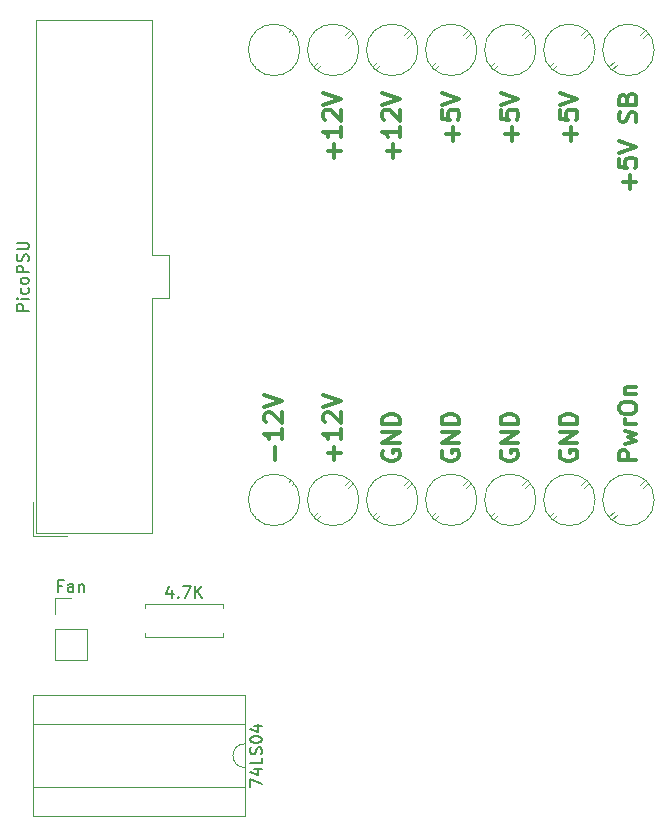
<source format=gto>
G04 #@! TF.GenerationSoftware,KiCad,Pcbnew,(5.0.0-3-g5ebb6b6)*
G04 #@! TF.CreationDate,2018-10-17T11:41:57-07:00*
G04 #@! TF.ProjectId,PicoPSU,5069636F5053552E6B696361645F7063,rev?*
G04 #@! TF.SameCoordinates,Original*
G04 #@! TF.FileFunction,Legend,Top*
G04 #@! TF.FilePolarity,Positive*
%FSLAX46Y46*%
G04 Gerber Fmt 4.6, Leading zero omitted, Abs format (unit mm)*
G04 Created by KiCad (PCBNEW (5.0.0-3-g5ebb6b6)) date Wednesday, October 17, 2018 at 11:41:57 AM*
%MOMM*%
%LPD*%
G01*
G04 APERTURE LIST*
%ADD10C,0.300000*%
%ADD11C,0.120000*%
%ADD12C,0.150000*%
G04 APERTURE END LIST*
D10*
X106307142Y-76480714D02*
X106307142Y-75337857D01*
X106878571Y-75909285D02*
X105735714Y-75909285D01*
X105378571Y-73909285D02*
X105378571Y-74623571D01*
X106092857Y-74695000D01*
X106021428Y-74623571D01*
X105950000Y-74480714D01*
X105950000Y-74123571D01*
X106021428Y-73980714D01*
X106092857Y-73909285D01*
X106235714Y-73837857D01*
X106592857Y-73837857D01*
X106735714Y-73909285D01*
X106807142Y-73980714D01*
X106878571Y-74123571D01*
X106878571Y-74480714D01*
X106807142Y-74623571D01*
X106735714Y-74695000D01*
X105378571Y-73409285D02*
X106878571Y-72909285D01*
X105378571Y-72409285D01*
X106807142Y-70837857D02*
X106878571Y-70623571D01*
X106878571Y-70266428D01*
X106807142Y-70123571D01*
X106735714Y-70052142D01*
X106592857Y-69980714D01*
X106450000Y-69980714D01*
X106307142Y-70052142D01*
X106235714Y-70123571D01*
X106164285Y-70266428D01*
X106092857Y-70552142D01*
X106021428Y-70695000D01*
X105950000Y-70766428D01*
X105807142Y-70837857D01*
X105664285Y-70837857D01*
X105521428Y-70766428D01*
X105450000Y-70695000D01*
X105378571Y-70552142D01*
X105378571Y-70195000D01*
X105450000Y-69980714D01*
X106092857Y-68837857D02*
X106164285Y-68623571D01*
X106235714Y-68552142D01*
X106378571Y-68480714D01*
X106592857Y-68480714D01*
X106735714Y-68552142D01*
X106807142Y-68623571D01*
X106878571Y-68766428D01*
X106878571Y-69337857D01*
X105378571Y-69337857D01*
X105378571Y-68837857D01*
X105450000Y-68695000D01*
X105521428Y-68623571D01*
X105664285Y-68552142D01*
X105807142Y-68552142D01*
X105950000Y-68623571D01*
X106021428Y-68695000D01*
X106092857Y-68837857D01*
X106092857Y-69337857D01*
X101307142Y-72409285D02*
X101307142Y-71266428D01*
X101878571Y-71837857D02*
X100735714Y-71837857D01*
X100378571Y-69837857D02*
X100378571Y-70552142D01*
X101092857Y-70623571D01*
X101021428Y-70552142D01*
X100950000Y-70409285D01*
X100950000Y-70052142D01*
X101021428Y-69909285D01*
X101092857Y-69837857D01*
X101235714Y-69766428D01*
X101592857Y-69766428D01*
X101735714Y-69837857D01*
X101807142Y-69909285D01*
X101878571Y-70052142D01*
X101878571Y-70409285D01*
X101807142Y-70552142D01*
X101735714Y-70623571D01*
X100378571Y-69337857D02*
X101878571Y-68837857D01*
X100378571Y-68337857D01*
X96307142Y-72409285D02*
X96307142Y-71266428D01*
X96878571Y-71837857D02*
X95735714Y-71837857D01*
X95378571Y-69837857D02*
X95378571Y-70552142D01*
X96092857Y-70623571D01*
X96021428Y-70552142D01*
X95950000Y-70409285D01*
X95950000Y-70052142D01*
X96021428Y-69909285D01*
X96092857Y-69837857D01*
X96235714Y-69766428D01*
X96592857Y-69766428D01*
X96735714Y-69837857D01*
X96807142Y-69909285D01*
X96878571Y-70052142D01*
X96878571Y-70409285D01*
X96807142Y-70552142D01*
X96735714Y-70623571D01*
X95378571Y-69337857D02*
X96878571Y-68837857D01*
X95378571Y-68337857D01*
X91307142Y-72409285D02*
X91307142Y-71266428D01*
X91878571Y-71837857D02*
X90735714Y-71837857D01*
X90378571Y-69837857D02*
X90378571Y-70552142D01*
X91092857Y-70623571D01*
X91021428Y-70552142D01*
X90950000Y-70409285D01*
X90950000Y-70052142D01*
X91021428Y-69909285D01*
X91092857Y-69837857D01*
X91235714Y-69766428D01*
X91592857Y-69766428D01*
X91735714Y-69837857D01*
X91807142Y-69909285D01*
X91878571Y-70052142D01*
X91878571Y-70409285D01*
X91807142Y-70552142D01*
X91735714Y-70623571D01*
X90378571Y-69337857D02*
X91878571Y-68837857D01*
X90378571Y-68337857D01*
X86307142Y-73837857D02*
X86307142Y-72695000D01*
X86878571Y-73266428D02*
X85735714Y-73266428D01*
X86878571Y-71195000D02*
X86878571Y-72052142D01*
X86878571Y-71623571D02*
X85378571Y-71623571D01*
X85592857Y-71766428D01*
X85735714Y-71909285D01*
X85807142Y-72052142D01*
X85521428Y-70623571D02*
X85450000Y-70552142D01*
X85378571Y-70409285D01*
X85378571Y-70052142D01*
X85450000Y-69909285D01*
X85521428Y-69837857D01*
X85664285Y-69766428D01*
X85807142Y-69766428D01*
X86021428Y-69837857D01*
X86878571Y-70695000D01*
X86878571Y-69766428D01*
X85378571Y-69337857D02*
X86878571Y-68837857D01*
X85378571Y-68337857D01*
X81307142Y-73837857D02*
X81307142Y-72695000D01*
X81878571Y-73266428D02*
X80735714Y-73266428D01*
X81878571Y-71195000D02*
X81878571Y-72052142D01*
X81878571Y-71623571D02*
X80378571Y-71623571D01*
X80592857Y-71766428D01*
X80735714Y-71909285D01*
X80807142Y-72052142D01*
X80521428Y-70623571D02*
X80450000Y-70552142D01*
X80378571Y-70409285D01*
X80378571Y-70052142D01*
X80450000Y-69909285D01*
X80521428Y-69837857D01*
X80664285Y-69766428D01*
X80807142Y-69766428D01*
X81021428Y-69837857D01*
X81878571Y-70695000D01*
X81878571Y-69766428D01*
X80378571Y-69337857D02*
X81878571Y-68837857D01*
X80378571Y-68337857D01*
X106878571Y-99447857D02*
X105378571Y-99447857D01*
X105378571Y-98876428D01*
X105450000Y-98733571D01*
X105521428Y-98662142D01*
X105664285Y-98590714D01*
X105878571Y-98590714D01*
X106021428Y-98662142D01*
X106092857Y-98733571D01*
X106164285Y-98876428D01*
X106164285Y-99447857D01*
X105878571Y-98090714D02*
X106878571Y-97805000D01*
X106164285Y-97519285D01*
X106878571Y-97233571D01*
X105878571Y-96947857D01*
X106878571Y-96376428D02*
X105878571Y-96376428D01*
X106164285Y-96376428D02*
X106021428Y-96305000D01*
X105950000Y-96233571D01*
X105878571Y-96090714D01*
X105878571Y-95947857D01*
X105378571Y-95162142D02*
X105378571Y-94876428D01*
X105450000Y-94733571D01*
X105592857Y-94590714D01*
X105878571Y-94519285D01*
X106378571Y-94519285D01*
X106664285Y-94590714D01*
X106807142Y-94733571D01*
X106878571Y-94876428D01*
X106878571Y-95162142D01*
X106807142Y-95305000D01*
X106664285Y-95447857D01*
X106378571Y-95519285D01*
X105878571Y-95519285D01*
X105592857Y-95447857D01*
X105450000Y-95305000D01*
X105378571Y-95162142D01*
X105878571Y-93876428D02*
X106878571Y-93876428D01*
X106021428Y-93876428D02*
X105950000Y-93805000D01*
X105878571Y-93662142D01*
X105878571Y-93447857D01*
X105950000Y-93305000D01*
X106092857Y-93233571D01*
X106878571Y-93233571D01*
X76307142Y-99447857D02*
X76307142Y-98305000D01*
X76878571Y-96805000D02*
X76878571Y-97662142D01*
X76878571Y-97233571D02*
X75378571Y-97233571D01*
X75592857Y-97376428D01*
X75735714Y-97519285D01*
X75807142Y-97662142D01*
X75521428Y-96233571D02*
X75450000Y-96162142D01*
X75378571Y-96019285D01*
X75378571Y-95662142D01*
X75450000Y-95519285D01*
X75521428Y-95447857D01*
X75664285Y-95376428D01*
X75807142Y-95376428D01*
X76021428Y-95447857D01*
X76878571Y-96305000D01*
X76878571Y-95376428D01*
X75378571Y-94947857D02*
X76878571Y-94447857D01*
X75378571Y-93947857D01*
X81307142Y-99447857D02*
X81307142Y-98305000D01*
X81878571Y-98876428D02*
X80735714Y-98876428D01*
X81878571Y-96805000D02*
X81878571Y-97662142D01*
X81878571Y-97233571D02*
X80378571Y-97233571D01*
X80592857Y-97376428D01*
X80735714Y-97519285D01*
X80807142Y-97662142D01*
X80521428Y-96233571D02*
X80450000Y-96162142D01*
X80378571Y-96019285D01*
X80378571Y-95662142D01*
X80450000Y-95519285D01*
X80521428Y-95447857D01*
X80664285Y-95376428D01*
X80807142Y-95376428D01*
X81021428Y-95447857D01*
X81878571Y-96305000D01*
X81878571Y-95376428D01*
X80378571Y-94947857D02*
X81878571Y-94447857D01*
X80378571Y-93947857D01*
X85450000Y-98662142D02*
X85378571Y-98805000D01*
X85378571Y-99019285D01*
X85450000Y-99233571D01*
X85592857Y-99376428D01*
X85735714Y-99447857D01*
X86021428Y-99519285D01*
X86235714Y-99519285D01*
X86521428Y-99447857D01*
X86664285Y-99376428D01*
X86807142Y-99233571D01*
X86878571Y-99019285D01*
X86878571Y-98876428D01*
X86807142Y-98662142D01*
X86735714Y-98590714D01*
X86235714Y-98590714D01*
X86235714Y-98876428D01*
X86878571Y-97947857D02*
X85378571Y-97947857D01*
X86878571Y-97090714D01*
X85378571Y-97090714D01*
X86878571Y-96376428D02*
X85378571Y-96376428D01*
X85378571Y-96019285D01*
X85450000Y-95805000D01*
X85592857Y-95662142D01*
X85735714Y-95590714D01*
X86021428Y-95519285D01*
X86235714Y-95519285D01*
X86521428Y-95590714D01*
X86664285Y-95662142D01*
X86807142Y-95805000D01*
X86878571Y-96019285D01*
X86878571Y-96376428D01*
X90450000Y-98662142D02*
X90378571Y-98805000D01*
X90378571Y-99019285D01*
X90450000Y-99233571D01*
X90592857Y-99376428D01*
X90735714Y-99447857D01*
X91021428Y-99519285D01*
X91235714Y-99519285D01*
X91521428Y-99447857D01*
X91664285Y-99376428D01*
X91807142Y-99233571D01*
X91878571Y-99019285D01*
X91878571Y-98876428D01*
X91807142Y-98662142D01*
X91735714Y-98590714D01*
X91235714Y-98590714D01*
X91235714Y-98876428D01*
X91878571Y-97947857D02*
X90378571Y-97947857D01*
X91878571Y-97090714D01*
X90378571Y-97090714D01*
X91878571Y-96376428D02*
X90378571Y-96376428D01*
X90378571Y-96019285D01*
X90450000Y-95805000D01*
X90592857Y-95662142D01*
X90735714Y-95590714D01*
X91021428Y-95519285D01*
X91235714Y-95519285D01*
X91521428Y-95590714D01*
X91664285Y-95662142D01*
X91807142Y-95805000D01*
X91878571Y-96019285D01*
X91878571Y-96376428D01*
X95450000Y-98662142D02*
X95378571Y-98805000D01*
X95378571Y-99019285D01*
X95450000Y-99233571D01*
X95592857Y-99376428D01*
X95735714Y-99447857D01*
X96021428Y-99519285D01*
X96235714Y-99519285D01*
X96521428Y-99447857D01*
X96664285Y-99376428D01*
X96807142Y-99233571D01*
X96878571Y-99019285D01*
X96878571Y-98876428D01*
X96807142Y-98662142D01*
X96735714Y-98590714D01*
X96235714Y-98590714D01*
X96235714Y-98876428D01*
X96878571Y-97947857D02*
X95378571Y-97947857D01*
X96878571Y-97090714D01*
X95378571Y-97090714D01*
X96878571Y-96376428D02*
X95378571Y-96376428D01*
X95378571Y-96019285D01*
X95450000Y-95805000D01*
X95592857Y-95662142D01*
X95735714Y-95590714D01*
X96021428Y-95519285D01*
X96235714Y-95519285D01*
X96521428Y-95590714D01*
X96664285Y-95662142D01*
X96807142Y-95805000D01*
X96878571Y-96019285D01*
X96878571Y-96376428D01*
X100450000Y-98662142D02*
X100378571Y-98805000D01*
X100378571Y-99019285D01*
X100450000Y-99233571D01*
X100592857Y-99376428D01*
X100735714Y-99447857D01*
X101021428Y-99519285D01*
X101235714Y-99519285D01*
X101521428Y-99447857D01*
X101664285Y-99376428D01*
X101807142Y-99233571D01*
X101878571Y-99019285D01*
X101878571Y-98876428D01*
X101807142Y-98662142D01*
X101735714Y-98590714D01*
X101235714Y-98590714D01*
X101235714Y-98876428D01*
X101878571Y-97947857D02*
X100378571Y-97947857D01*
X101878571Y-97090714D01*
X100378571Y-97090714D01*
X101878571Y-96376428D02*
X100378571Y-96376428D01*
X100378571Y-96019285D01*
X100450000Y-95805000D01*
X100592857Y-95662142D01*
X100735714Y-95590714D01*
X101021428Y-95519285D01*
X101235714Y-95519285D01*
X101521428Y-95590714D01*
X101664285Y-95662142D01*
X101807142Y-95805000D01*
X101878571Y-96019285D01*
X101878571Y-96376428D01*
D11*
G04 #@! TO.C,REF\002A\002A*
X78380000Y-102806500D02*
G75*
G03X78380000Y-102806500I-2180000J0D01*
G01*
X83380000Y-102806500D02*
G75*
G03X83380000Y-102806500I-2180000J0D01*
G01*
X88380000Y-102806500D02*
G75*
G03X88380000Y-102806500I-2180000J0D01*
G01*
X93380000Y-102806500D02*
G75*
G03X93380000Y-102806500I-2180000J0D01*
G01*
X98380000Y-102806500D02*
G75*
G03X98380000Y-102806500I-2180000J0D01*
G01*
X103380000Y-102806500D02*
G75*
G03X103380000Y-102806500I-2180000J0D01*
G01*
X108380000Y-102806500D02*
G75*
G03X108380000Y-102806500I-2180000J0D01*
G01*
X77854000Y-101418500D02*
X77747000Y-101525500D01*
X74918000Y-104353500D02*
X74812000Y-104460500D01*
X77588000Y-101152500D02*
X77481000Y-101259500D01*
X74652000Y-104087500D02*
X74546000Y-104194500D01*
X82854000Y-101418500D02*
X82459000Y-101814500D01*
X80193000Y-104080500D02*
X79813000Y-104460500D01*
X82588000Y-101152500D02*
X82208000Y-101532500D01*
X79942000Y-103798500D02*
X79547000Y-104194500D01*
X87854000Y-101418500D02*
X87459000Y-101814500D01*
X85193000Y-104080500D02*
X84813000Y-104460500D01*
X87588000Y-101152500D02*
X87208000Y-101532500D01*
X84942000Y-103798500D02*
X84547000Y-104194500D01*
X92854000Y-101418500D02*
X92459000Y-101814500D01*
X90193000Y-104080500D02*
X89813000Y-104460500D01*
X92588000Y-101152500D02*
X92208000Y-101532500D01*
X89942000Y-103798500D02*
X89547000Y-104194500D01*
X97854000Y-101418500D02*
X97459000Y-101814500D01*
X95193000Y-104080500D02*
X94813000Y-104460500D01*
X97588000Y-101152500D02*
X97208000Y-101532500D01*
X94942000Y-103798500D02*
X94547000Y-104194500D01*
X102854000Y-101418500D02*
X102459000Y-101814500D01*
X100193000Y-104080500D02*
X99813000Y-104460500D01*
X102588000Y-101152500D02*
X102208000Y-101532500D01*
X99942000Y-103798500D02*
X99547000Y-104194500D01*
X107854000Y-101418500D02*
X107459000Y-101814500D01*
X105193000Y-104080500D02*
X104813000Y-104460500D01*
X107588000Y-101152500D02*
X107208000Y-101532500D01*
X104942000Y-103798500D02*
X104547000Y-104194500D01*
G04 #@! TO.C,PicoPSU*
X55820000Y-105856500D02*
X58670000Y-105856500D01*
X55820000Y-103006500D02*
X55820000Y-105856500D01*
X67280000Y-82096500D02*
X67280000Y-83906500D01*
X65880000Y-82096500D02*
X67280000Y-82096500D01*
X65880000Y-62196500D02*
X65880000Y-82096500D01*
X56060000Y-62196500D02*
X65880000Y-62196500D01*
X56060000Y-83906500D02*
X56060000Y-62196500D01*
X67280000Y-85716500D02*
X67280000Y-83906500D01*
X65880000Y-85716500D02*
X67280000Y-85716500D01*
X65880000Y-105616500D02*
X65880000Y-85716500D01*
X56060000Y-105616500D02*
X65880000Y-105616500D01*
X56060000Y-83906500D02*
X56060000Y-105616500D01*
G04 #@! TO.C,74LS04*
X73780000Y-129600000D02*
X73780000Y-119320000D01*
X55760000Y-129600000D02*
X73780000Y-129600000D01*
X55760000Y-119320000D02*
X55760000Y-129600000D01*
X73780000Y-119320000D02*
X55760000Y-119320000D01*
X73720000Y-127110000D02*
X73720000Y-125460000D01*
X55820000Y-127110000D02*
X73720000Y-127110000D01*
X55820000Y-121810000D02*
X55820000Y-127110000D01*
X73720000Y-121810000D02*
X55820000Y-121810000D01*
X73720000Y-123460000D02*
X73720000Y-121810000D01*
X73720000Y-125460000D02*
G75*
G02X73720000Y-123460000I0J1000000D01*
G01*
G04 #@! TO.C,4.7K*
X71850000Y-114400000D02*
X71850000Y-114070000D01*
X65310000Y-114400000D02*
X71850000Y-114400000D01*
X65310000Y-114070000D02*
X65310000Y-114400000D01*
X71850000Y-111660000D02*
X71850000Y-111990000D01*
X65310000Y-111660000D02*
X71850000Y-111660000D01*
X65310000Y-111990000D02*
X65310000Y-111660000D01*
G04 #@! TO.C,Fan*
X57684360Y-111138660D02*
X59014360Y-111138660D01*
X57684360Y-112468660D02*
X57684360Y-111138660D01*
X57684360Y-113738660D02*
X60344360Y-113738660D01*
X60344360Y-113738660D02*
X60344360Y-116338660D01*
X57684360Y-113738660D02*
X57684360Y-116338660D01*
X57684360Y-116338660D02*
X60344360Y-116338660D01*
G04 #@! TO.C,REF\002A\002A*
X78380000Y-64706500D02*
G75*
G03X78380000Y-64706500I-2180000J0D01*
G01*
X83380000Y-64706500D02*
G75*
G03X83380000Y-64706500I-2180000J0D01*
G01*
X88380000Y-64706500D02*
G75*
G03X88380000Y-64706500I-2180000J0D01*
G01*
X93380000Y-64706500D02*
G75*
G03X93380000Y-64706500I-2180000J0D01*
G01*
X98380000Y-64706500D02*
G75*
G03X98380000Y-64706500I-2180000J0D01*
G01*
X103380000Y-64706500D02*
G75*
G03X103380000Y-64706500I-2180000J0D01*
G01*
X108380000Y-64706500D02*
G75*
G03X108380000Y-64706500I-2180000J0D01*
G01*
X77854000Y-63318500D02*
X77747000Y-63425500D01*
X74918000Y-66253500D02*
X74812000Y-66360500D01*
X77588000Y-63052500D02*
X77481000Y-63159500D01*
X74652000Y-65987500D02*
X74546000Y-66094500D01*
X82854000Y-63318500D02*
X82459000Y-63714500D01*
X80193000Y-65980500D02*
X79813000Y-66360500D01*
X82588000Y-63052500D02*
X82208000Y-63432500D01*
X79942000Y-65698500D02*
X79547000Y-66094500D01*
X87854000Y-63318500D02*
X87459000Y-63714500D01*
X85193000Y-65980500D02*
X84813000Y-66360500D01*
X87588000Y-63052500D02*
X87208000Y-63432500D01*
X84942000Y-65698500D02*
X84547000Y-66094500D01*
X92854000Y-63318500D02*
X92459000Y-63714500D01*
X90193000Y-65980500D02*
X89813000Y-66360500D01*
X92588000Y-63052500D02*
X92208000Y-63432500D01*
X89942000Y-65698500D02*
X89547000Y-66094500D01*
X97854000Y-63318500D02*
X97459000Y-63714500D01*
X95193000Y-65980500D02*
X94813000Y-66360500D01*
X97588000Y-63052500D02*
X97208000Y-63432500D01*
X94942000Y-65698500D02*
X94547000Y-66094500D01*
X102854000Y-63318500D02*
X102459000Y-63714500D01*
X100193000Y-65980500D02*
X99813000Y-66360500D01*
X102588000Y-63052500D02*
X102208000Y-63432500D01*
X99942000Y-65698500D02*
X99547000Y-66094500D01*
X107854000Y-63318500D02*
X107459000Y-63714500D01*
X105193000Y-65980500D02*
X104813000Y-66360500D01*
X107588000Y-63052500D02*
X107208000Y-63432500D01*
X104942000Y-65698500D02*
X104547000Y-66094500D01*
G04 #@! TO.C,PicoPSU*
D12*
X55422380Y-86787452D02*
X54422380Y-86787452D01*
X54422380Y-86406500D01*
X54470000Y-86311261D01*
X54517619Y-86263642D01*
X54612857Y-86216023D01*
X54755714Y-86216023D01*
X54850952Y-86263642D01*
X54898571Y-86311261D01*
X54946190Y-86406500D01*
X54946190Y-86787452D01*
X55422380Y-85787452D02*
X54755714Y-85787452D01*
X54422380Y-85787452D02*
X54470000Y-85835071D01*
X54517619Y-85787452D01*
X54470000Y-85739833D01*
X54422380Y-85787452D01*
X54517619Y-85787452D01*
X55374761Y-84882690D02*
X55422380Y-84977928D01*
X55422380Y-85168404D01*
X55374761Y-85263642D01*
X55327142Y-85311261D01*
X55231904Y-85358880D01*
X54946190Y-85358880D01*
X54850952Y-85311261D01*
X54803333Y-85263642D01*
X54755714Y-85168404D01*
X54755714Y-84977928D01*
X54803333Y-84882690D01*
X55422380Y-84311261D02*
X55374761Y-84406500D01*
X55327142Y-84454119D01*
X55231904Y-84501738D01*
X54946190Y-84501738D01*
X54850952Y-84454119D01*
X54803333Y-84406500D01*
X54755714Y-84311261D01*
X54755714Y-84168404D01*
X54803333Y-84073166D01*
X54850952Y-84025547D01*
X54946190Y-83977928D01*
X55231904Y-83977928D01*
X55327142Y-84025547D01*
X55374761Y-84073166D01*
X55422380Y-84168404D01*
X55422380Y-84311261D01*
X55422380Y-83549357D02*
X54422380Y-83549357D01*
X54422380Y-83168404D01*
X54470000Y-83073166D01*
X54517619Y-83025547D01*
X54612857Y-82977928D01*
X54755714Y-82977928D01*
X54850952Y-83025547D01*
X54898571Y-83073166D01*
X54946190Y-83168404D01*
X54946190Y-83549357D01*
X55374761Y-82596976D02*
X55422380Y-82454119D01*
X55422380Y-82216023D01*
X55374761Y-82120785D01*
X55327142Y-82073166D01*
X55231904Y-82025547D01*
X55136666Y-82025547D01*
X55041428Y-82073166D01*
X54993809Y-82120785D01*
X54946190Y-82216023D01*
X54898571Y-82406500D01*
X54850952Y-82501738D01*
X54803333Y-82549357D01*
X54708095Y-82596976D01*
X54612857Y-82596976D01*
X54517619Y-82549357D01*
X54470000Y-82501738D01*
X54422380Y-82406500D01*
X54422380Y-82168404D01*
X54470000Y-82025547D01*
X54422380Y-81596976D02*
X55231904Y-81596976D01*
X55327142Y-81549357D01*
X55374761Y-81501738D01*
X55422380Y-81406500D01*
X55422380Y-81216023D01*
X55374761Y-81120785D01*
X55327142Y-81073166D01*
X55231904Y-81025547D01*
X54422380Y-81025547D01*
G04 #@! TO.C,74LS04*
X74172380Y-127102857D02*
X74172380Y-126436190D01*
X75172380Y-126864761D01*
X74505714Y-125626666D02*
X75172380Y-125626666D01*
X74124761Y-125864761D02*
X74839047Y-126102857D01*
X74839047Y-125483809D01*
X75172380Y-124626666D02*
X75172380Y-125102857D01*
X74172380Y-125102857D01*
X75124761Y-124340952D02*
X75172380Y-124198095D01*
X75172380Y-123960000D01*
X75124761Y-123864761D01*
X75077142Y-123817142D01*
X74981904Y-123769523D01*
X74886666Y-123769523D01*
X74791428Y-123817142D01*
X74743809Y-123864761D01*
X74696190Y-123960000D01*
X74648571Y-124150476D01*
X74600952Y-124245714D01*
X74553333Y-124293333D01*
X74458095Y-124340952D01*
X74362857Y-124340952D01*
X74267619Y-124293333D01*
X74220000Y-124245714D01*
X74172380Y-124150476D01*
X74172380Y-123912380D01*
X74220000Y-123769523D01*
X74172380Y-123150476D02*
X74172380Y-123055238D01*
X74220000Y-122960000D01*
X74267619Y-122912380D01*
X74362857Y-122864761D01*
X74553333Y-122817142D01*
X74791428Y-122817142D01*
X74981904Y-122864761D01*
X75077142Y-122912380D01*
X75124761Y-122960000D01*
X75172380Y-123055238D01*
X75172380Y-123150476D01*
X75124761Y-123245714D01*
X75077142Y-123293333D01*
X74981904Y-123340952D01*
X74791428Y-123388571D01*
X74553333Y-123388571D01*
X74362857Y-123340952D01*
X74267619Y-123293333D01*
X74220000Y-123245714D01*
X74172380Y-123150476D01*
X74505714Y-121960000D02*
X75172380Y-121960000D01*
X74124761Y-122198095D02*
X74839047Y-122436190D01*
X74839047Y-121817142D01*
G04 #@! TO.C,4.7K*
X67556190Y-110445714D02*
X67556190Y-111112380D01*
X67318095Y-110064761D02*
X67080000Y-110779047D01*
X67699047Y-110779047D01*
X68080000Y-111017142D02*
X68127619Y-111064761D01*
X68080000Y-111112380D01*
X68032380Y-111064761D01*
X68080000Y-111017142D01*
X68080000Y-111112380D01*
X68460952Y-110112380D02*
X69127619Y-110112380D01*
X68699047Y-111112380D01*
X69508571Y-111112380D02*
X69508571Y-110112380D01*
X70080000Y-111112380D02*
X69651428Y-110540952D01*
X70080000Y-110112380D02*
X69508571Y-110683809D01*
G04 #@! TO.C,Fan*
X58252455Y-110067231D02*
X57919121Y-110067231D01*
X57919121Y-110591040D02*
X57919121Y-109591040D01*
X58395312Y-109591040D01*
X59204836Y-110591040D02*
X59204836Y-110067231D01*
X59157217Y-109971993D01*
X59061979Y-109924374D01*
X58871502Y-109924374D01*
X58776264Y-109971993D01*
X59204836Y-110543421D02*
X59109598Y-110591040D01*
X58871502Y-110591040D01*
X58776264Y-110543421D01*
X58728645Y-110448183D01*
X58728645Y-110352945D01*
X58776264Y-110257707D01*
X58871502Y-110210088D01*
X59109598Y-110210088D01*
X59204836Y-110162469D01*
X59681026Y-109924374D02*
X59681026Y-110591040D01*
X59681026Y-110019612D02*
X59728645Y-109971993D01*
X59823883Y-109924374D01*
X59966740Y-109924374D01*
X60061979Y-109971993D01*
X60109598Y-110067231D01*
X60109598Y-110591040D01*
G04 #@! TD*
M02*

</source>
